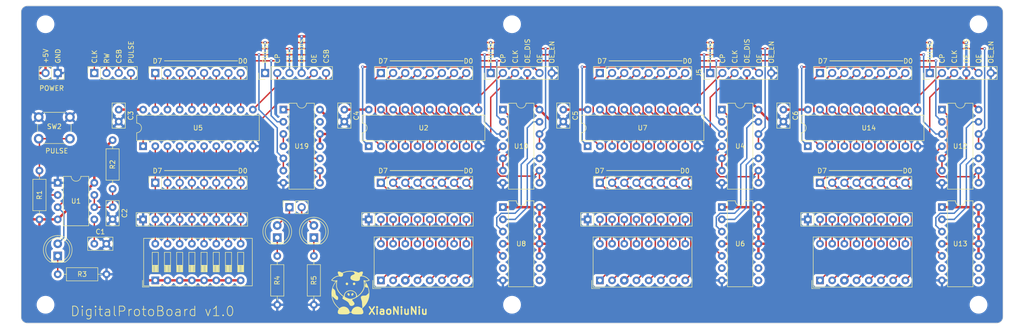
<source format=kicad_pcb>
(kicad_pcb (version 20221018) (generator pcbnew)
  (layers (0 "F.Cu" signal) (31 "B.Cu" signal) (34 "B.Paste" user) (35 "F.Paste" user) (36 "B.SilkS" user "B.Silkscreen") (37 "F.SilkS" user "F.Silkscreen") (38 "B.Mask" user) (39 "F.Mask" user) (44 "Edge.Cuts" user))
  (net 0 "")
  (net 1 "Net-(J9-Pin_1)")
  (net 2 "Net-(J9-Pin_2)")
  (net 3 "Net-(J9-Pin_3)")
  (net 4 "Net-(J9-Pin_4)")
  (net 5 "Net-(J9-Pin_5)")
  (net 6 "Net-(J9-Pin_6)")
  (net 7 "Net-(J9-Pin_7)")
  (net 8 "Net-(J9-Pin_8)")
  (net 9 "Net-(RN4-R8)")
  (net 10 "Net-(RN4-R7)")
  (net 11 "Net-(RN4-R6)")
  (net 12 "Net-(RN4-R5)")
  (net 13 "Net-(RN4-R4)")
  (net 14 "Net-(RN4-R3)")
  (net 15 "Net-(RN4-R2)")
  (net 16 "Net-(RN4-R1)")
  (net 17 "Net-(J7-Pin_1)")
  (net 18 "Net-(J7-Pin_2)")
  (net 19 "Net-(J7-Pin_3)")
  (net 20 "Net-(J7-Pin_4)")
  (net 21 "Net-(J7-Pin_5)")
  (net 22 "Net-(J7-Pin_6)")
  (net 23 "Net-(J7-Pin_7)")
  (net 24 "Net-(J7-Pin_8)")
  (net 25 "Net-(RN2-R8)")
  (net 26 "Net-(RN2-R7)")
  (net 27 "Net-(RN2-R6)")
  (net 28 "Net-(RN2-R5)")
  (net 29 "Net-(RN2-R4)")
  (net 30 "Net-(RN2-R3)")
  (net 31 "Net-(RN2-R2)")
  (net 32 "Net-(RN2-R1)")
  (net 33 "Net-(J11-Pin_1)")
  (net 34 "Net-(J11-Pin_2)")
  (net 35 "Net-(J11-Pin_3)")
  (net 36 "Net-(J11-Pin_4)")
  (net 37 "Net-(J11-Pin_5)")
  (net 38 "Net-(J11-Pin_6)")
  (net 39 "Net-(J11-Pin_7)")
  (net 40 "Net-(J11-Pin_8)")
  (net 41 "Net-(RN3-R8)")
  (net 42 "Net-(RN3-R7)")
  (net 43 "Net-(RN3-R6)")
  (net 44 "Net-(RN3-R5)")
  (net 45 "Net-(RN3-R4)")
  (net 46 "Net-(RN3-R3)")
  (net 47 "Net-(RN3-R2)")
  (net 48 "Net-(RN3-R1)")
  (net 49 "Net-(U1-CV)")
  (net 50 "GND")
  (net 51 "Net-(U1-DIS)")
  (net 52 "+5V")
  (net 53 "/Read Register Data/CP")
  (net 54 "/Read Register Data/SYNC_CP")
  (net 55 "/Write Register Data/CP")
  (net 56 "CLK")
  (net 57 "/Write Register Data/OE")
  (net 58 "/Write Register Data/SYNC_OE")
  (net 59 "Net-(J4-Pin_1)")
  (net 60 "Net-(J4-Pin_2)")
  (net 61 "Net-(J4-Pin_3)")
  (net 62 "Net-(J4-Pin_4)")
  (net 63 "Net-(J4-Pin_5)")
  (net 64 "Net-(J4-Pin_6)")
  (net 65 "Net-(J4-Pin_7)")
  (net 66 "Net-(J4-Pin_8)")
  (net 67 "/Read Register Addr1/CP")
  (net 68 "/Read Register Addr1/SYNC_CP")
  (net 69 "Net-(J6-Pin_1)")
  (net 70 "Net-(J6-Pin_2)")
  (net 71 "Net-(J6-Pin_3)")
  (net 72 "Net-(J6-Pin_4)")
  (net 73 "Net-(J6-Pin_5)")
  (net 74 "Net-(J6-Pin_6)")
  (net 75 "Net-(J6-Pin_7)")
  (net 76 "Net-(J6-Pin_8)")
  (net 77 "/Read Register Addr2/CP")
  (net 78 "/Read Register Addr2/SYNC_CP")
  (net 79 "Net-(J10-Pin_1)")
  (net 80 "Net-(J10-Pin_2)")
  (net 81 "Net-(J10-Pin_3)")
  (net 82 "Net-(J10-Pin_4)")
  (net 83 "Net-(J10-Pin_5)")
  (net 84 "Net-(J10-Pin_6)")
  (net 85 "Net-(J10-Pin_7)")
  (net 86 "Net-(J10-Pin_8)")
  (net 87 "Net-(J12-Pin_1)")
  (net 88 "Net-(J12-Pin_2)")
  (net 89 "Net-(J12-Pin_3)")
  (net 90 "Net-(J12-Pin_4)")
  (net 91 "Net-(J12-Pin_5)")
  (net 92 "Net-(J12-Pin_6)")
  (net 93 "Net-(J12-Pin_7)")
  (net 94 "Net-(J12-Pin_8)")
  (net 95 "Net-(J13-Pin_1)")
  (net 96 "Net-(J13-Pin_2)")
  (net 97 "Net-(J13-Pin_3)")
  (net 98 "Net-(J13-Pin_4)")
  (net 99 "Net-(J13-Pin_5)")
  (net 100 "Net-(J13-Pin_6)")
  (net 101 "Net-(J13-Pin_7)")
  (net 102 "Net-(J13-Pin_8)")
  (net 103 "RW")
  (net 104 "CSB")
  (net 105 "Net-(U1-TR)")
  (net 106 "Net-(U4-Pad1)")
  (net 107 "Net-(U4-Pad4)")
  (net 108 "Net-(U6A-D)")
  (net 109 "Net-(U6A-C)")
  (net 110 "PULSE")
  (net 113 "Net-(U8A-D)")
  (net 114 "Net-(U8A-C)")
  (net 115 "/Read Register Data/OE")
  (net 118 "Net-(U10-Pad1)")
  (net 119 "Net-(U10-Pad4)")
  (net 120 "Net-(U12-Pad1)")
  (net 121 "Net-(U12-Pad4)")
  (net 122 "Net-(U13A-D)")
  (net 123 "Net-(U13A-C)")
  (net 124 "/Read Register Addr1/OE")
  (net 127 "Net-(U19-Pad1)")
  (net 128 "Net-(U19-Pad3)")
  (net 130 "Net-(D1-K)")
  (net 131 "Net-(D2-K)")
  (net 132 "Net-(D2-A)")
  (net 133 "Net-(D3-K)")
  (net 134 "Net-(D3-A)")
  (net 135 "/Read Register Addr2/OE")
  (footprint "rrDisplay:SSB-LXH100SRW" (layer "F.Cu") (at 129.54 124.46 90)
    (fp_text reference "BAR1")
    (fp_text value "SSB-LXH100SRW")
  )
  (footprint "Resistor_THT:R_Axial_DIN0207_L6.3mm_D2.5mm_P10.16mm_Horizontal" (layer "F.Cu") (at 107.95 119.38 -90)
    (fp_text reference "R4")
    (fp_text value "220")
  )
  (footprint "Connector_PinHeader_2.54mm:PinHeader_1x06_P2.54mm_Vertical" (layer "F.Cu") (at 243.84 81.28 90)
    (fp_text reference "J8")
    (fp_text value "R_CTRL")
  )
  (footprint "Package_DIP:DIP-14_W7.62mm" (layer "F.Cu") (at 200.54 88.9)
    (fp_text reference "U4")
    (fp_text value "74HC02")
  )
  (footprint "Symbol:VerySmallCow" (layer "F.Cu") (at 123.19 127)
    (fp_text reference "XiaoNiuNiu")
    (fp_text value "LOGO" hide)
  )
  (footprint "Connector_PinSocket_2.54mm:PinSocket_1x08_P2.54mm_Vertical" (layer "F.Cu") (at 220.98 104.14 90)
    (fp_text reference "J11")
    (fp_text value "RIN")
  )
  (footprint "Connector_PinSocket_2.54mm:PinSocket_1x02_P2.54mm_Vertical" (layer "F.Cu") (at 110.49 109.22 90)
    (fp_text reference "J15")
    (fp_text value "LEDS")
  )
  (footprint "MountingHole:MountingHole_3.2mm_M3" (layer "F.Cu") (at 254 71.12)
    (fp_text reference "H4")
    (fp_text value "MountingHole_3.2mm_M3")
  )
  (footprint "MountingHole:MountingHole_3.2mm_M3" (layer "F.Cu") (at 59.69 71.12)
    (fp_text reference "H1")
    (fp_text value "MountingHole_3.2mm_M3")
  )
  (footprint "Connector_PinHeader_2.54mm:PinHeader_1x06_P2.54mm_Vertical" (layer "F.Cu") (at 198.12 81.28 90)
    (fp_text reference "J5")
    (fp_text value "R_CTRL")
  )
  (footprint "Resistor_THT:R_Array_SIP9" (layer "F.Cu") (at 80.01 111.76)
    (fp_text reference "RN1")
    (fp_text value "10K")
  )
  (footprint "Resistor_THT:R_Array_SIP9" (layer "F.Cu") (at 127 111.76)
    (fp_text reference "RN4")
    (fp_text value "10K")
  )
  (footprint "rrDisplay:SSB-LXH100SRW" (layer "F.Cu") (at 175.14 124.46 90)
    (fp_text reference "BAR2")
    (fp_text value "SSB-LXH100SRW")
  )
  (footprint "MountingHole:MountingHole_3.2mm_M3" (layer "F.Cu") (at 254 129.54)
    (fp_text reference "H4")
    (fp_text value "MountingHole_3.2mm_M3")
  )
  (footprint "Resistor_THT:R_Array_SIP9" (layer "F.Cu") (at 218.44 111.76)
    (fp_text reference "RN3")
    (fp_text value "10K")
  )
  (footprint "Capacitor_THT:C_Disc_D5.0mm_W2.5mm_P2.50mm" (layer "F.Cu") (at 74.93 88.9 -90)
    (fp_text reference "C3")
    (fp_text value "100nF")
  )
  (footprint "Connector_PinSocket_2.54mm:PinSocket_1x04_P2.54mm_Vertical" (layer "F.Cu") (at 69.85 81.28 90)
    (fp_text reference "J14")
    (fp_text value "CONTROL")
  )
  (footprint "Button_Switch_THT:SW_PUSH_6mm" (layer "F.Cu") (at 58.27 90.46)
    (fp_text reference "SW2")
    (fp_text value "PULSE")
  )
  (footprint "Package_DIP:DIP-20_W7.62mm" (layer "F.Cu") (at 218.44 96.52 90)
    (fp_text reference "U14")
    (fp_text value "74HC574")
  )
  (footprint "Connector_PinSocket_2.54mm:PinSocket_1x08_P2.54mm_Vertical" (layer "F.Cu") (at 82.55 81.28 90)
    (fp_text reference "J13")
    (fp_text value "BOUT")
  )
  (footprint "MountingHole:MountingHole_3.2mm_M3" (layer "F.Cu") (at 156.845 71.12)
    (fp_text reference "H4")
    (fp_text value "MountingHole_3.2mm_M3")
  )
  (footprint "Package_DIP:DIP-14_W7.62mm" (layer "F.Cu") (at 246.38 88.9)
    (fp_text reference "U12")
    (fp_text value "74HC02")
  )
  (footprint "Resistor_THT:R_Axial_DIN0207_L6.3mm_D2.5mm_P10.16mm_Horizontal" (layer "F.Cu") (at 58.42 111.76 90)
    (fp_text reference "R1")
    (fp_text value "10K")
  )
  (footprint "LED_THT:LED_D5.0mm" (layer "F.Cu") (at 107.95 115.57 90)
    (fp_text reference "D2")
    (fp_text value "LED")
  )
  (footprint "Package_DIP:DIP-14_W7.62mm" (layer "F.Cu") (at 154.94 88.9)
    (fp_text reference "U10")
    (fp_text value "74HC02")
  )
  (footprint "Connector_PinSocket_2.54mm:PinSocket_1x08_P2.54mm_Vertical" (layer "F.Cu") (at 175.14 104.14 90)
    (fp_text reference "J7")
    (fp_text value "RIN")
  )
  (footprint "Package_DIP:DIP-14_W7.62mm" (layer "F.Cu") (at 200.54 109.22)
    (fp_text reference "U6")
    (fp_text value "74HC74")
  )
  (footprint "Connector_PinSocket_2.54mm:PinSocket_1x08_P2.54mm_Vertical" (layer "F.Cu") (at 82.55 104.14 90)
    (fp_text reference "J12")
    (fp_text value "ROUT")
  )
  (footprint "MountingHole:MountingHole_3.2mm_M3" (layer "F.Cu") (at 156.845 129.54)
    (fp_text reference "H4")
    (fp_text value "MountingHole_3.2mm_M3")
  )
  (footprint "Package_DIP:DIP-8_W7.62mm" (layer "F.Cu") (at 62.23 104.14)
    (fp_text reference "U1")
    (fp_text value "NE555P")
  )
  (footprint "Connector_PinSocket_2.54mm:PinSocket_1x02_P2.54mm_Vertical" (layer "F.Cu") (at 62.23 81.28 -90)
    (fp_text reference "J2")
    (fp_text value "POWER")
  )
  (footprint "Package_DIP:DIP-14_W7.62mm" (layer "F.Cu") (at 246.38 109.22)
    (fp_text reference "U13")
    (fp_text value "74HC74")
  )
  (footprint "Package_DIP:DIP-20_W7.62mm" (layer "F.Cu") (at 127 96.52 90)
    (fp_text reference "U2")
    (fp_text value "74HC574")
  )
  (footprint "Resistor_THT:R_Array_SIP9" (layer "F.Cu") (at 172.6 111.76)
    (fp_text reference "RN2")
    (fp_text value "10K")
  )
  (footprint "Resistor_THT:R_Axial_DIN0207_L6.3mm_D2.5mm_P10.16mm_Horizontal" (layer "F.Cu") (at 115.57 119.38 -90)
    (fp_text reference "R5")
    (fp_text value "220")
  )
  (footprint "Package_DIP:DIP-14_W7.62mm" (layer "F.Cu") (at 154.94 109.22)
    (fp_text reference "U8")
    (fp_text value "74HC74")
  )
  (footprint "Package_DIP:DIP-14_W7.62mm" (layer "F.Cu") (at 109.22 88.9)
    (fp_text reference "U19")
    (fp_text value "74HC02")
  )
  (footprint "Capacitor_THT:C_Disc_D5.0mm_W2.5mm_P2.50mm" (layer "F.Cu") (at 73.66 109.22 -90)
    (fp_text reference "C2")
    (fp_text value "10nF")
  )
  (footprint "Capacitor_THT:C_Disc_D5.0mm_W2.5mm_P2.50mm" (layer "F.Cu") (at 167.52 88.9 -90)
    (fp_text reference "C5")
    (fp_text value "100nF")
  )
  (footprint "MountingHole:MountingHole_3.2mm_M3" (layer "F.Cu") (at 59.69 129.54)
    (fp_text reference "H3")
    (fp_text value "MountingHole_3.2mm_M3")
  )
  (footprint "LED_THT:LED_D5.0mm" (layer "F.Cu") (at 115.57 115.57 90)
    (fp_text reference "D3")
    (fp_text value "LED")
  )
  (footprint "Capacitor_THT:C_Disc_D5.0mm_W2.5mm_P2.50mm" (layer "F.Cu") (at 121.92 88.9 -90)
    (fp_text reference "C4")
    (fp_text value "100nF")
  )
  (footprint "Button_Switch_THT:SW_DIP_SPSTx08_Slide_9.78x22.5mm_W7.62mm_P2.54mm" (layer "F.Cu") (at 82.55 124.46 90)
    (fp_text reference "SW1")
    (fp_text value "INPUT")
  )
  (footprint "Resistor_THT:R_Axial_DIN0207_L6.3mm_D2.5mm_P10.16mm_Horizontal" (layer "F.Cu") (at 62.23 123.19)
    (fp_text reference "R3")
    (fp_text value "220")
  )
  (footprint "Package_DIP:DIP-20_W7.62mm" (layer "F.Cu") (at 172.6 96.52 90)
    (fp_text reference "U7")
    (fp_text value "74HC574")
  )
  (footprint "rrDisplay:SSB-LXH100SRW" (layer "F.Cu") (at 220.98 124.46 90)
    (fp_text reference "BAR3")
    (fp_text value "SSB-LXH100SRW")
  )
  (footprint "Connector_PinSocket_2.54mm:PinSocket_1x08_P2.54mm_Vertical" (layer "F.Cu") (at 129.54 104.14 90)
    (fp_text reference "J9")
    (fp_text value "RIN")
  )
  (footprint "Connector_PinHeader_2.54mm:PinHeader_1x06_P2.54mm_Vertical" (layer "F.Cu") (at 152.4 81.28 90)
    (fp_text reference "J1")
    (fp_text value "R_CTRL")
  )
  (footprint "Connector_PinSocket_2.54mm:PinSocket_1x08_P2.54mm_Vertical" (layer "F.Cu") (at 129.54 81.28 90)
    (fp_text reference "J4")
    (fp_text value "BIN")
  )
  (footprint "Package_DIP:DIP-20_W7.62mm" (layer "F.Cu") (at 80.01 96.52 90)
    (fp_text reference "U5")
    (fp_text value "74HC574")
  )
  (footprint "Connector_PinSocket_2.54mm:PinSocket_1x08_P2.54mm_Vertical" (layer "F.Cu") (at 220.98 81.28 90)
    (fp_text reference "J10")
    (fp_text value "BIN")
  )
  (footprint "LED_THT:LED_D5.0mm" (layer "F.Cu") (at 62.23 119.38 90)
    (fp_text reference "D1")
    (fp_text value "LED")
  )
  (footprint "Capacitor_THT:C_Disc_D5.0mm_W2.5mm_P2.50mm" (layer "F.Cu") (at 213.36 88.9 -90)
    (fp_text reference "C6")
    (fp_text value "100nF")
  )
  (footprint "Connector_PinHeader_2.54mm:PinHeader_1x06_P2.54mm_Vertical" (layer "F.Cu") (at 105.41 81.28 90)
    (fp_text reference "J3")
    (fp_text value "W_CTRL")
  )
  (footprint "Capacitor_THT:C_Disc_D5.0mm_W2.5mm_P2.50mm" (layer "F.Cu") (at 69.85 116.84)
    (fp_text reference "C1")
    (fp_text value "10nF")
  )
  (footprint "Resistor_THT:R_Axial_DIN0207_L6.3mm_D2.5mm_P10.16mm_Horizontal" (layer "F.Cu") (at 73.66 95.25 -90)
    (fp_text reference "R2")
    (fp_text value "1M")
  )
  (footprint "Connector_PinSocket_2.54mm:PinSocket_1x08_P2.54mm_Vertical" (layer "F.Cu") (at 175.14 81.28 90)
    (fp_text reference "J6")
    (fp_text value "BIN")
  )
  (gr_line (start 176.53 101.6) (end 191.77 101.6) (stroke (width 0.15)) (layer "F.SilkS"))
  (gr_line (start 177.045 78.74) (end 192.285 78.74) (stroke (width 0.15)) (layer "F.SilkS"))
  (gr_line (start 131.445 101.6) (end 146.685 101.6) (stroke (width 0.15)) (layer "F.SilkS"))
  (gr_line (start 84.455 101.6) (end 99.695 101.6) (stroke (width 0.15)) (layer "F.SilkS"))
  (gr_line (start 222.885 101.6) (end 238.125 101.6) (stroke (width 0.15)) (layer "F.SilkS"))
  (gr_line (start 84.455 78.74) (end 99.695 78.74) (stroke (width 0.15)) (layer "F.SilkS"))
  (gr_line (start 223.012 78.74) (end 238.252 78.74) (stroke (width 0.15)) (layer "F.SilkS"))
  (gr_line (start 131.445 78.74) (end 146.685 78.74) (stroke (width 0.15)) (layer "F.SilkS"))
  (gr_arc (start 257.81 67.31) (mid 258.708026 67.681974) (end 259.08 68.58) (stroke (width 0.1)) (layer "Edge.Cuts"))
  (gr_line (start 54.61 68.58) (end 54.61 132.08) (stroke (width 0.1)) (layer "Edge.Cuts"))
  (gr_line (start 259.08 132.08) (end 259.08 68.58) (stroke (width 0.1)) (layer "Edge.Cuts"))
  (gr_arc (start 55.88 133.35) (mid 54.981974 132.978026) (end 54.61 132.08) (stroke (width 0.1)) (layer "Edge.Cuts"))
  (gr_line (start 55.88 133.35) (end 257.81 133.35) (stroke (width 0.1)) (layer "Edge.Cuts"))
  (gr_arc (start 259.08 132.08) (mid 258.708026 132.978026) (end 257.81 133.35) (stroke (width 0.1)) (layer "Edge.Cuts"))
  (gr_line (start 257.81 67.31) (end 55.88 67.31) (stroke (width 0.1)) (layer "Edge.Cuts"))
  (gr_arc (start 54.61 68.58) (mid 54.981974 67.681974) (end 55.88 67.31) (stroke (width 0.1)) (layer "Edge.Cuts"))
  (gr_text "D0" (at 192.285 79.375) (layer "F.SilkS") (effects (font (size 1 1)) (justify left bottom)))
  (gr_text "D7" (at 81.915 79.375) (layer "F.SilkS") (effects (font (size 1 1)) (justify left bottom)))
  (gr_text "D0" (at 238.125 102.235) (layer "F.SilkS") (effects (font (size 1 1)) (justify left bottom)))
  (gr_text "D7" (at 128.905 102.235) (layer "F.SilkS") (effects (font (size 1 1)) (justify left bottom)))
  (gr_text "CLK" (at 249.555 79.375 90) (layer "F.SilkS") (effects (font (size 1 1)) (justify left bottom)))
  (gr_text "OE_DIS" (at 113.665 79.375 90) (layer "F.SilkS") (effects (font (size 1 1)) (justify left bottom)))
  (gr_text "CP" (at 247.015 79.375 90) (layer "F.SilkS") (effects (font (size 1 1)) (justify left bottom)))
  (gr_text "PULSE" (at 106.045 79.375 90) (layer "F.SilkS") (effects (font (size 1 1)) (justify left bottom)))
  (gr_text "CSB" (at 118.745 79.375 90) (layer "F.SilkS") (effects (font (size 1 1)) (justify left bottom)))
  (gr_text "CSB" (at 75.565 79.375 90) (layer "F.SilkS") (effects (font (size 1 1)) (justify left bottom)))
  (gr_text "CP" (at 155.575 79.375 90) (layer "F.SilkS") (effects (font (size 1 1)) (justify left bottom)))
  (gr_text "OE" (at 254.635 79.375 90) (layer "F.SilkS") (effects (font (size 1 1)) (justify left bottom)))
  (gr_text "D7" (at 81.915 102.235) (layer "F.SilkS") (effects (font (size 1 1)) (justify left bottom)))
  (gr_text "D7" (at 220.345 102.235) (layer "F.SilkS") (effects (font (size 1 1)) (justify left bottom)))
  (gr_text "OE_DIS" (at 206.375 79.375 90) (layer "F.SilkS") (effects (font (size 1 1)) (justify left bottom)))
  (gr_text "OE_DIS" (at 252.095 79.375 90) (layer "F.SilkS") (effects (font (size 1 1)) (justify left bottom)))
  (gr_text "OE" (at 208.915 79.375 90) (layer "F.SilkS") (effects (font (size 1 1)) (justify left bottom)))
  (gr_text "OE" (at 116.205 79.375 90) (layer "F.SilkS") (effects (font (size 1 1)) (justify left bottom)))
  (gr_text "CLK" (at 111.125 79.375 90) (layer "F.SilkS") (effects (font (size 1 1)) (justify left bottom)))
  (gr_text "D0" (at 146.685 79.375) (layer "F.SilkS") (effects (font (size 1 1)) (justify left bottom)))
  (gr_text "CLK" (at 70.485 79.375 90) (layer "F.SilkS") (effects (font (size 1 1)) (justify left bottom)))
  (gr_text "CLK" (at 158.115 79.375 90) (layer "F.SilkS") (effects (font (size 1 1)) (justify left bottom)))
  (gr_text "DigitalProtoBoard v1.0" (at 64.77 132.08) (layer "F.SilkS") (effects (font (size 2 2)) (justify left bottom)))
  (gr_text "PULSE" (at 244.475 79.375 90) (layer "F.SilkS") (effects (font (size 1 1)) (justify left bottom)))
  (gr_text "D0" (at 191.77 102.235) (layer "F.SilkS") (effects (font (size 1 1)) (justify left bottom)))
  (gr_text "OE_EN" (at 165.735 79.375 90) (layer "F.SilkS") (effects (font (size 1 1)) (justify left bottom)))
  (gr_text "GND" (at 62.865 79.375 90) (layer "F.SilkS") (effects (font (size 1 1)) (justify left bottom)))
  (gr_text "OE_EN" (at 257.175 79.375 90) (layer "F.SilkS") (effects (font (size 1 1)) (justify left bottom)))
  (gr_text "D7" (at 220.472 79.375) (layer "F.SilkS") (effects (font (size 1 1)) (justify left bottom)))
  (gr_text "OE_DIS" (at 160.655 79.375 90) (layer "F.SilkS") (effects (font (size 1 1)) (justify left bottom)))
  (gr_text "RW" (at 73.025 79.375 90) (layer "F.SilkS") (effects (font (size 1 1)) (justify left bottom)))
  (gr_text "PULSE" (at 78.105 79.375 90) (layer "F.SilkS") (effects (font (size 1 1)) (justify left bottom)))
  (gr_text "OE_EN" (at 211.455 79.375 90) (layer "F.SilkS") (effects (font (size 1 1)) (justify left bottom)))
  (gr_text "D7" (at 128.905 79.375) (layer "F.SilkS") (effects (font (size 1 1)) (justify left bottom)))
  (gr_text "D7" (at 174.505 79.375) (layer "F.SilkS") (effects (font (size 1 1)) (justify left bottom)))
  (gr_text "+5V" (at 60.325 79.375 90) (layer "F.SilkS") (effects (font (size 1 1)) (justify left bottom)))
  (gr_text "D7" (at 173.99 102.235) (layer "F.SilkS") (effects (font (size 1 1)) (justify left bottom)))
  (gr_text "D0" (at 99.695 79.375) (layer "F.SilkS") (effects (font (size 1 1)) (justify left bottom)))
  (gr_text "CP" (at 108.585 79.375 90) (layer "F.SilkS") (effects (font (size 1 1)) (justify left bottom)))
  (gr_text "PULSE" (at 153.035 79.375 90) (layer "F.SilkS") (effects (font (size 1 1)) (justify left bottom)))
  (gr_text "D0" (at 99.695 102.235) (layer "F.SilkS") (effects (font (size 1 1)) (justify left bottom)))
  (gr_text "OE" (at 163.195 79.375 90) (layer "F.SilkS") (effects (font (size 1 1)) (justify left bottom)))
  (gr_text "CP" (at 201.295 79.375 90) (layer "F.SilkS") (effects (font (size 1 1)) (justify left bottom)))
  (gr_text "CLK" (at 203.835 79.375 90) (layer "F.SilkS") (effects (font (size 1 1)) (justify left bottom)))
  (gr_text "D0" (at 146.685 102.235) (layer "F.SilkS") (effects (font (size 1 1)) (justify left bottom)))
  (gr_text "D0" (at 238.252 79.375) (layer "F.SilkS") (effects (font (size 1 1)) (justify left bottom)))
  (gr_text "PULSE" (at 198.755 79.375 90) (layer "F.SilkS") (effects (font (size 1 1)) (justify left bottom)))
  (segment (start 130.81 105.41) (end 129.54 104.14) (width 0.3) (layer "F.Cu") (net 1))
  (segment (start 129.54 104.14) (end 130.69 102.99) (width 0.3) (layer "F.Cu") (net 1))
  (segment (start 130.69 90.05) (end 129.54 88.9) (width 0.3) (layer "F.Cu") (net 1))
  (segment (start 130.69 102.99) (end 130.69 90.05) (width 0.3) (layer "F.Cu") (net 1))
  (segment (start 130.81 123.19) (end 130.81 105.41) (width 0.3) (layer "F.Cu") (net 1))
  (segment (start 129.54 124.46) (end 130.81 123.19) (width 0.3) (layer "F.Cu") (net 1))
  (segment (start 133.23 102.99) (end 133.23 90.05) (width 0.3) (layer "F.Cu") (net 2))
  (segment (start 133.35 123.19) (end 133.35 105.41) (width 0.3) (layer "F.Cu") (net 2))
  (segment (start 133.23 90.05) (end 132.08 88.9) (width 0.3) (layer "F.Cu") (net 2))
  (segment (start 132.08 124.46) (end 133.35 123.19) (width 0.3) (layer "F.Cu") (net 2))
  (segment (start 133.35 105.41) (end 132.08 104.14) (width 0.3) (layer "F.Cu") (net 2))
  (segment (start 132.08 104.14) (end 133.23 102.99) (width 0.3) (layer "F.Cu") (net 2))
  (segment (start 134.62 104.14) (end 135.77 102.99) (width 0.3) (layer "F.Cu") (net 3))
  (segment (start 134.62 124.46) (end 135.89 123.19) (width 0.3) (layer "F.Cu") (net 3))
  (segment (start 135.89 105.41) (end 134.62 104.14) (width 0.3) (layer "F.Cu") (net 3))
  (segment (start 135.89 123.19) (end 135.89 105.41) (width 0.3) (layer "F.Cu") (net 3))
  (segment (start 135.77 102.99) (end 135.77 90.05) (width 0.3) (layer "F.Cu") (net 3))
  (segment (start 135.77 90.05) (end 134.62 88.9) (width 0.3) (layer "F.Cu") (net 3))
  (segment (start 137.16 124.46) (end 138.43 123.19) (width 0.3) (layer "F.Cu") (net 4))
  (segment (start 138.43 105.41) (end 137.16 104.14) (width 0.3) (layer "F.Cu") (net 4))
  (segment (start 138.31 102.99) (end 138.31 90.05) (width 0.3) (layer "F.Cu") (net 4))
  (segment (start 137.16 104.14) (end 138.31 102.99) (width 0.3) (layer "F.Cu") (net 4))
  (segment (start 138.31 90.05) (end 137.16 88.9) (width 0.3) (layer "F.Cu") (net 4))
  (segment (start 138.43 123.19) (end 138.43 105.41) (width 0.3) (layer "F.Cu") (net 4))
  (segment (start 140.85 90.05) (end 139.7 88.9) (width 0.3) (layer "F.Cu") (net 5))
  (segment (start 140.85 102.99) (end 140.85 90.05) (width 0.3) (layer "F.Cu") (net 5))
  (segment (start 140.97 123.19) (end 140.97 105.41) (width 0.3) (layer "F.Cu") (net 5))
  (segment (start 139.7 124.46) (end 140.97 123.19) (width 0.3) (layer "F.Cu") (net 5))
  (segment (start 140.97 105.41) (end 139.7 104.14) (width 0.3) (layer "F.Cu") (net 5))
  (segment (start 139.7 104.14) (end 140.85 102.99) (width 0.3) (layer "F.Cu") (net 5))
  (segment (start 143.39 90.05) (end 142.24 88.9) (width 0.3) (layer "F.Cu") (net 6))
  (segment (start 143.39 102.99) (end 143.39 90.05) (width 0.3) (layer "F.Cu") (net 6))
  (segment (start 142.24 124.46) (end 143.39 123.31) (width 0.3) (layer "F.Cu") (net 6))
  (segment (start 143.39 123.31) (end 143.39 105.29) (width 0.3) (layer "F.Cu") (net 6))
  (segment (start 142.24 104.14) (end 143.39 102.99) (width 0.3) (layer "F.Cu") (net 6))
  (segment (start 143.39 105.29) (end 142.24 104.14) (width 0.3) (layer "F.Cu") (net 6))
  (segment (start 144.78 104.14) (end 145.93 102.99) (width 0.3) (layer "F.Cu") (net 7))
  (segment (start 145.93 102.99) (end 145.93 90.05) (width 0.3) (layer "F.Cu") (net 7))
  (segment (start 145.93 90.05) (end 144.78 88.9) (width 0.3) (layer "F.Cu") (net 7))
  (segment (start 146.05 105.41) (end 144.78 104.14) (width 0.3) (layer "F.Cu") (net 7))
  (segment (start 146.05 123.19) (end 146.05 105.41) (width 0.3) (layer "F.Cu") (net 7))
  (segment (start 144.78 124.46) (end 146.05 123.19) (width 0.3) (layer "F.Cu") (net 7))
  (segment (start 147.32 124.46) (end 148.47 123.31) (width 0.3) (layer "F.Cu") (net 8))
  (segment (start 148.47 123.31) (end 148.47 105.29) (width 0.3) (layer "F.Cu") (net 8))
  (segment (start 148.47 105.29) (end 147.32 104.14) (width 0.3) (layer "F.Cu") (net 8))
  (segment (start 148.47 102.99) (end 148.47 90.05) (width 0.3) (layer "F.Cu") (net 8))
  (segment (start 148.47 90.05) (end 147.32 88.9) (width 0.3) (layer "F.Cu") (net 8))
  (segment (start 147.32 104.14) (end 148.47 102.99) (width 0.3) (layer "F.Cu") (net 8))
  (segment (start 147.32 111.76) (end 147.32 116.84) (width 0.3) (layer "F.Cu") (net 9))
  (segment (start 144.78 111.76) (end 144.78 116.84) (width 0.3) (layer "F.Cu") (net 10))
  (segment (start 142.24 111.76) (end 142.24 116.84) (width 0.3) (layer "F.Cu") (net 11))
  (segment (start 139.7 111.76) (end 139.7 116.84) (width 0.3) (layer "F.Cu") (net 12))
  (segment (start 137.16 111.76) (end 137.16 116.84) (width 0.3) (layer "F.Cu") (net 13))
  (segment (start 134.62 111.76) (end 134.62 116.84) (width 0.3) (layer "F.Cu") (net 14))
  (segment (start 132.08 111.76) (end 132.08 116.84) (width 0.3) (layer "F.Cu") (net 15))
  (segment (start 129.54 111.76) (end 129.54 116.84) (width 0.3) (layer "F.Cu") (net 16))
  (segment (start 176.48 105.48) (end 175.14 104.14) (width 0.3) (layer "F.Cu") (net 17))
  (segment (start 176.48 114.25) (end 176.48 105.48) (width 0.3) (layer "F.Cu") (net 17))
  (segment (start 175.14 104.14) (end 176.29 102.99) (width 0.3) (layer "F.Cu") (net 17))
  (segment (start 176.53 114.3) (end 176.48 114.25) (width 0.3) (layer "F.Cu") (net 17))
  (segment (start 176.29 90.05) (end 175.14 88.9) (width 0.3) (layer "F.Cu") (net 17))
  (segment (start 176.53 123.07) (end 176.53 114.3) (width 0.3) (layer "F.Cu") (net 17))
  (segment (start 176.29 102.99) (end 176.29 90.05) (width 0.3) (layer "F.Cu") (net 17))
  (segment (start 175.14 124.46) (end 176.53 123.07) (width 0.3) (layer "F.Cu") (net 17))
  (segment (start 179.07 105.53) (end 177.68 104.14) (width 0.3) (layer "F.Cu") (net 18))
  (segment (start 179.07 123.07) (end 179.07 105.53) (width 0.3) (layer "F.Cu") (net 18))
  (segment (start 178.83 90.05) (end 177.68 88.9) (width 0.3) (layer "F.Cu") (net 18))
  (segment (start 177.68 104.14) (end 178.83 102.99) (width 0.3) (layer "F.Cu") (net 18))
  (segment (start 178.83 102.99) (end 178.83 90.05) (width 0.3) (layer "F.Cu") (net 18))
  (segment (start 177.68 124.46) (end 179.07 123.07) (width 0.3) (layer "F.Cu") (net 18))
  (segment (start 180.22 124.46) (end 181.61 123.07) (width 0.3) (layer "F.Cu") (net 19))
  (segment (start 181.61 90.29) (end 180.22 88.9) (width 0.3) (layer "F.Cu") (net 19))
  (segment (start 180.22 104.14) (end 181.61 102.75) (width 0.3) (layer "F.Cu") (net 19))
  (segment (start 181.61 105.53) (end 180.22 104.14) (width 0.3) (layer "F.Cu") (net 19))
  (segment (start 181.61 102.75) (end 181.61 90.29) (width 0.3) (layer "F.Cu") (net 19))
  (segment (start 181.61 123.07) (end 181.61 105.53) (width 0.3) (layer "F.Cu") (net 19))
  (segment (start 182.76 124.46) (end 183.91 123.31) (width 0.3) (layer "F.Cu") (net 20))
  (segment (start 184.15 90.29) (end 182.76 88.9) (width 0.3) (layer "F.Cu") (net 20))
  (segment (start 183.91 105.29) (end 182.76 104.14) (width 0.3) (layer "F.Cu") (net 20))
  (segment (start 183.91 123.31) (end 183.91 105.29) (width 0.3) (layer "F.Cu") (net 20))
  (segment (start 184.15 102.75) (end 184.15 90.29) (width 0.3) (layer "F.Cu") (net 20))
  (segment (start 182.76 104.14) (end 184.15 102.75) (width 0.3) (layer "F.Cu") (net 20))
  (segment (start 185.3 124.46) (end 186.69 123.07) (width 0.3) (layer "F.Cu") (net 21))
  (segment (start 186.45 90.05) (end 185.3 88.9) (width 0.3) (layer "F.Cu") (net 21))
  (segment (start 186.45 102.99) (end 186.45 90.05) (width 0.3) (layer "F.Cu") (net 21))
  (segment (start 186.69 105.53) (end 185.3 104.14) (width 0.3) (layer "F.Cu") (net 21))
  (segment (start 185.3 104.14) (end 186.45 102.99) (width 0.3) (layer "F.Cu") (net 21))
  (segment (start 186.69 123.07) (end 186.69 105.53) (width 0.3) (layer "F.Cu") (net 21))
  (segment (start 187.84 104.14) (end 188.99 102.99) (width 0.3) (layer "F.Cu") (net 22))
  (segment (start 189.23 105.53) (end 187.84 104.14) (width 0.3) (layer "F.Cu") (net 22))
  (segment (start 189.23 123.07) (end 189.23 105.53) (width 0.3) (layer "F.Cu") (net 22))
  (segment (start 187.84 124.46) (end 189.23 123.07) (width 0.3) (layer "F.Cu") (net 22))
  (segment (start 188.99 102.99) (end 188.99 90.05) (width 0.3) (layer "F.Cu") (net 22))
  (segment (start 188.99 90.05) (end 187.84 88.9) (width 0.3) (layer "F.Cu") (net 22))
  (segment (start 190.38 124.46) (end 191.77 123.07) (width 0.3) (layer "F.Cu") (net 23))
  (segment (start 191.77 105.53) (end 190.38 104.14) (width 0.3) (layer "F.Cu") (net 23))
  (segment (start 191.77 123.07) (end 191.77 105.53) (width 0.3) (layer "F.Cu") (net 23))
  (segment (start 191.53 90.05) (end 190.38 88.9) (width 0.3) (layer "F.Cu") (net 23))
  (segment (start 190.38 104.14) (end 191.53 102.99) (width 0.3) (layer "F.Cu") (net 23))
  (segment (start 191.53 102.99) (end 191.53 90.05) (width 0.3) (layer "F.Cu") (net 23))
  (segment (start 192.92 104.14) (end 194.31 102.75) (width 0.3) (layer "F.Cu") (net 24))
  (segment (start 194.31 90.29) (end 192.92 88.9) (width 0.3) (layer "F.Cu") (net 24))
  (segment (start 194.31 102.75) (end 194.31 90.29) (width 0.3) (layer "F.Cu") (net 24))
  (segment (start 194.07 123.31) (end 194.07 105.29) (width 0.3) (layer "F.Cu") (net 24))
  (segment (start 192.92 124.46) (end 194.07 123.31) (width 0.3) (layer "F.Cu") (net 24))
  (segment (start 194.07 105.29) (end 192.92 104.14) (width 0.3) (layer "F.Cu") (net 24))
  (segment (start 192.92 116.84) (end 192.92 111.76) (width 0.3) (layer "F.Cu") (net 25))
  (segment (start 190.38 116.84) (end 190.38 111.76) (width 0.3) (layer "F.Cu") (net 26))
  (segment (start 187.84 116.84) (end 187.84 111.76) (width 0.3) (layer "F.Cu") (net 27))
  (segment (start 185.3 116.84) (end 185.3 111.76) (width 0.3) (layer "F.Cu") (net 28))
  (segment (start 182.76 116.84) (end 182.76 111.76) (width 0.3) (layer "F.Cu") (net 29))
  (segment (start 180.22 116.84) (end 180.22 111.76) (width 0.3) (layer "F.Cu") (net 30))
  (segment (start 177.68 116.84) (end 177.68 111.76) (width 0.3) (layer "F.Cu") (net 31))
  (segment (start 175.14 116.84) (end 175.14 111.76) (width 0.3) (layer "F.Cu") (net 32))
  (segment (start 222.25 90.17) (end 222.25 102.87) (width 0.3) (layer "F.Cu") (net 33))
  (segment (start 222.25 105.41) (end 220.98 104.14) (width 0.3) (layer "F.Cu") (net 33))
  (segment (start 222.25 102.87) (end 220.98 104.14) (width 0.3) (layer "F.Cu") (net 33))
  (segment (start 220.98 124.46) (end 222.25 123.19) (width 0.3) (layer "F.Cu") (net 33))
  (segment (start 220.98 88.9) (end 222.25 90.17) (width 0.3) (layer "F.Cu") (net 33))
  (segment (start 222.25 123.19) (end 222.25 105.41) (width 0.3) (layer "F.Cu") (net 33))
  (segment (start 224.79 90.17) (end 224.79 102.87) (width 0.3) (layer "F.Cu") (net 34))
  (segment (start 224.79 123.19) (end 224.79 105.41) (width 0.3) (layer "F.Cu") (net 34))
  (segment (start 223.52 88.9) (end 224.79 90.17) (width 0.3) (layer "F.Cu") (net 34))
  (segment (start 223.52 124.46) (end 224.79 123.19) (width 0.3) (layer "F.Cu") (net 34))
  (segment (start 224.79 102.87) (end 223.52 104.14) (width 0.3) (layer "F.Cu") (net 34))
  (segment (start 224.79 105.41) (end 223.52 104.14) (width 0.3) (layer "F.Cu") (net 34))
  (segment (start 226.06 124.46) (end 227.33 123.19) (width 0.3) (layer "F.Cu") (net 35))
  (segment (start 227.33 90.17) (end 227.33 102.87) (width 0.3) (layer "F.Cu") (net 35))
  (segment (start 227.33 102.87) (end 226.06 104.14) (width 0.3) (layer "F.Cu") (net 35))
  (segment (start 226.06 88.9) (end 227.33 90.17) (width 0.3) (layer "F.Cu") (net 35))
  (segment (start 227.33 105.41) (end 226.06 104.14) (width 0.3) (layer "F.Cu") (net 35))
  (segment (start 227.33 123.19) (end 227.33 105.41) (width 0.3) (layer "F.Cu") (net 35))
  (segment (start 229.87 105.41) (end 228.6 104.14) (width 0.3) (layer "F.Cu") (net 36))
  (segment (start 229.87 90.17) (end 229.87 102.87) (width 0.3) (layer "F.Cu") (net 36))
  (segment (start 229.87 102.87) (end 228.6 104.14) (width 0.3) (layer "F.Cu") (net 36))
  (segment (start 228.6 88.9) (end 229.87 90.17) (width 0.3) (layer "F.Cu") (net 36))
  (segment (start 228.6 124.46) (end 229.87 123.19) (width 0.3) (layer "F.Cu") (net 36))
  (segment (start 229.87 123.19) (end 229.87 105.41) (width 0.3) (layer "F.Cu") (net 36))
  (segment (start 232.41 105.41) (end 231.14 104.14) (width 0.3) (layer "F.Cu") (net 37))
  (segment (start 231.14 88.9) (end 232.41 90.17) (width 0.3) (layer "F.Cu") (net 37))
  (segment (start 232.41 90.17) (end 232.41 102.87) (width 0.3) (layer "F.Cu") (net 37))
  (segment (start 232.41 123.19) (end 232.41 105.41) (width 0.3) (layer "F.Cu") (net 37))
  (segment (start 231.14 124.46) (end 232.41 123.19) (width 0.3) (layer "F.Cu") (net 37))
  (segment (start 232.41 102.87) (end 231.14 104.14) (width 0.3) (layer "F.Cu") (net 37))
  (segment (start 234.95 123.19) (end 234.95 105.41) (width 0.3) (layer "F.Cu") (net 38))
  (segment (start 234.95 102.87) (end 233.68 104.14) (width 0.3) (layer "F.Cu") (net 38))
  (segment (start 234.95 90.17) (end 234.95 102.87) (width 0.3) (layer "F.Cu") (net 38))
  (segment (start 233.68 88.9) (end 234.95 90.17) (width 0.3) (layer "F.Cu") (net 38))
  (segment (start 234.95 105.41) (end 233.68 104.14) (width 0.3) (layer "F.Cu") (net 38))
  (segment (start 233.68 124.46) (end 234.95 123.19) (width 0.3) (layer "F.Cu") (net 38))
  (segment (start 237.49 102.87) (end 236.22 104.14) (width 0.3) (layer "F.Cu") (net 39))
  (segment (start 236.22 124.46) (end 237.49 123.19) (width 0.3) (layer "F.Cu") (net 39))
  (segment (start 236.22 88.9) (end 237.49 90.17) (width 0.3) (layer "F.Cu") (net 39))
  (segment (start 237.49 90.17) (end 237.49 102.87) (width 0.3) (layer "F.Cu") (net 39))
  (segment (start 237.49 123.19) (end 237.49 105.41) (width 0.3) (layer "F.Cu") (net 39))
  (segment (start 237.49 105.41) (end 236.22 104.14) (width 0.3) (layer "F.Cu") (net 39))
  (segment (start 240.03 102.87) (end 238.76 104.14) (width 0.3) (layer "F.Cu") (net 40))
  (segment (start 238.76 88.9) (end 240.03 90.17) (width 0.3) (layer "F.Cu") (net 40))
  (segment (start 240.03 90.17) (end 240.03 102.87) (width 0.3) (layer "F.Cu") (net 40))
  (segment (start 240.03 123.19) (end 240.03 105.41) (width 0.3) (layer "F.Cu") (net 40))
  (segment (start 238.76 124.46) (end 240.03 123.19) (width 0.3) (layer "F.Cu") (net 40))
  (segment (start 240.03 105.41) (end 238.76 104.14) (width 0.3) (layer "F.Cu") (net 40))
  (segment (start 238.76 111.76) (end 238.76 116.84) (width 0.3) (layer "F.Cu") (net 41))
  (segment (start 236.22 111.76) (end 236.22 116.84) (width 0.3) (layer "F.Cu") (net 42))
  (segment (start 233.68 111.76) (end 233.68 116.84) (width 0.3) (layer "F.Cu") (net 43))
  (segment (start 231.14 111.76) (end 231.14 116.84) (width 0.3) (layer "F.Cu") (net 44))
  (segment (start 228.6 111.76) (end 228.6 116.84) (width 0.3) (layer "F.Cu") (net 45))
  (segment (start 226.06 111.76) (end 226.06 116.84) (width 0.3) (layer "F.Cu") (net 46))
  (segment (start 223.52 111.76) (end 223.52 116.84) (width 0.3) (layer "F.Cu") (net 47))
  (segment (start 220.98 111.76) (end 220.98 116.84) (width 0.3) (layer "F.Cu") (net 48))
  (segment (start 69.85 111.76) (end 69.85 116.84) (width 0.3) (layer "F.Cu") (net 49))
  (segment (start 69.85 106.68) (end 69.85 109.22) (width 0.3) (layer "F.Cu") (net 51))
  (segment (start 73.66 109.22) (end 73.66 105.41) (width 0.3) (layer "F.Cu") (net 51))
  (segment (start 69.85 109.22) (end 73.66 109.22) (width 0.3) (layer "F.Cu") (net 51))
  (segment (start 80.01 88.9) (end 77.47 88.9) (width 0.5) (layer "F.Cu") (net 52))
  (segment (start 248.92 74.93) (end 251.46 74.93) (width 0.5) (layer "F.Cu") (net 52))
  (segment (start 90.17 124.46) (end 87.63 124.46) (width 0.5) (layer "F.Cu") (net 52))
  (segment (start 77.47 88.9) (end 77.47 124.46) (width 0.5) (layer "F.Cu") (net 52))
  (segment (start 208.16 109.22) (end 208.16 111.76) (width 0.5) (layer "F.Cu") (net 52))
  (segment (start 170.06 88.9) (end 172.6 88.9) (width 0.5) (layer "F.Cu") (net 52))
  (segment (start 210.7 116.84) (end 210.7 126.88) (width 0.5) (layer "F.Cu") (net 52))
  (segment (start 55.88 110.49) (end 57.15 111.76) (width 0.5) (layer "F.Cu") (net 52))
  (segment (start 77.47 88.9) (end 74.93 88.9) (width 0.5) (layer "F.Cu") (net 52))
  (segment (start 254 116.84) (end 254 114.3) (width 0.5) (layer "F.Cu") (net 52))
  (segment (start 62.23 125.73) (end 63.5 127) (width 0.5) (layer "F.Cu") (net 52))
  (segment (start 254 109.22) (end 254 111.76) (width 0.5) (layer "F.Cu") (net 52))
  (segment (start 116.84 96.52) (end 116.84 93.98) (width 0.5) (layer "F.Cu") (net 52))
  (segment (start 247.65 73.66) (end 248.92 74.93) (width 0.5) (layer "F.Cu") (net 52))
  (segment (start 58.42 111.76) (end 58.42 124.46) (width 0.5) (layer "F.Cu") (net 52))
  (segment (start 205.74 86.48) (end 208.16 88.9) (width 0.5) (layer "F.Cu") (net 52))
  (segment (start 121.92 88.9) (end 124.46 88.9) (width 0.5) (layer "F.Cu") (net 52))
  (segment (start 95.25 124.46) (end 92.71 124.46) (width 0.5) (layer "F.Cu") (net 52))
  (segment (start 208.16 116.84) (end 208.16 114.3) (width 0.5) (layer "F.Cu") (net 52))
  (segment (start 200.54 109.22) (end 208.16 109.22) (width 0.5) (layer "F.Cu") (net 52))
  (segment (start 92.71 124.46) (end 90.17 124.46) (width 0.5) (layer "F.Cu") (net 52))
  (segment (start 97.79 124.46) (end 95.25 124.46) (width 0.5) (layer "F.Cu") (net 52))
  (segment (start 116.84 88.9) (end 119.38 91.44) (width 0.5) (layer "F.Cu") (net 52))
  (segment (start 254 119.38) (end 254 116.84) (width 0.5) (layer "F.Cu") (net 52))
  (segment (start 167.52 88.9) (end 170.06 88.9) (width 0.5) (layer "F.Cu") (net 52))
  (segment (start 119.38 93.98) (end 119.38 127) (width 0.5) (layer "F.Cu") (net 52))
  (segment (start 69.85 104.14) (end 69.85 99.06) (width 0.5) (layer "F.Cu") (net 52))
  (segment (start 58.42 124.46) (end 59.69 125.73) (width 0.5) (layer "F.Cu") (net 52))
  (segment (start 63.5 73.66) (end 247.65 73.66) (width 0.5) (layer "F.Cu") (net 52))
  (segment (start 59.69 125.73) (end 62.23 125.73) (width 0.5) (layer "F.Cu") (net 52))
  (segment (start 205.74 81.28) (end 205.74 86.48) (width 0.5) (layer "F.Cu") (net 52))
  (segment (start 250.19 116.84) (end 250.19 125.73) (width 0.5) (layer "F.Cu") (net 52))
  (segment (start 165.1 91.44) (end 165.1 109.22) (width 0.5) (layer "F.Cu") (net 52))
  (segment (start 250.19 125.73) (end 248.92 127) (width 0.5) (layer "F.Cu") (net 52))
  (segment (start 77.47 124.46) (end 77.47 127) (width 0.5) (layer "F.Cu") (net 52))
  (segment (start 208.16 116.84) (end 200.54 116.84) (width 0.5) (layer "F.Cu") (net 52))
  (segment (start 124.46 88.9) (end 127 88.9) (width 0.5) (layer "F.Cu") (net 52))
  (segment (start 254 111.76) (end 254 114.3) (width 0.5) (layer "F.Cu") (net 52))
  (segment (start 62.23 111.76) (end 69.85 104.14) (width 0.5) (layer "F.Cu") (net 52))
  (segment (start 162.56 109.22) (end 165.1 109.22) (width 0.5) (layer "F.Cu") (net 52))
  (segment (start 162.56 88.9) (end 165.1 91.44) (width 0.5) (layer "F.Cu") (net 52))
  (segment (start 119.38 91.44) (end 119.38 93.98) (width 0.5) (layer "F.Cu") (net 52))
  (segment (start 165.1 127) (end 210.82 127) (width 0.5) (layer "F.Cu") (net 52))
  (segment (start 215.9 88.9) (end 215.9 127) (width 0.5) (layer "F.Cu") (net 52))
  (segment (start 116.84 93.98) (end 119.38 93.98) (width 0.5) (layer "F.Cu") (net 52))
  (segment (start 210.7 109.22) (end 210.7 91.44) (width 0.5) (layer "F.Cu") (net 52))
  (segment (start 251.46 81.28) (end 251.46 86.36) (width 0.5) (layer "F.Cu") (net 52))
  (segment (start 165.1 116.84) (end 165.1 127) (width 0.5) (layer "F.Cu") (net 52))
  (segment (start 82.55 124.46) (end 77.47 124.46) (width 0.5) (layer "F.Cu") (net 52))
  (segment (start 100.33 124.46) (end 97.79 124.46) (width 0.5) (layer "F.Cu") (net 52))
  (segment (start 77.47 127) (end 165.1 127) (width 0.5) (layer "F.Cu") (net 52))
  (segment (start 160.02 86.36) (end 162.56 88.9) (width 0.5) (layer "F.Cu") (net 52))
  (segment (start 208.16 114.3) (end 208.16 111.76) (width 0.5) (layer "F.Cu") (net 52))
  (segment (start 210.82 127) (end 248.92 127) (width 0.5) (layer "F.Cu") (net 52))
  (segment (start 210.7 91.44) (end 208.16 88.9) (width 0.5) (layer "F.Cu") (net 52))
  (segment (start 154.94 116.84) (end 162.56 116.84) (width 0.5) (layer "F.Cu") (net 52))
  (segment (start 124.46 88.9) (end 124.46 127) (width 0.5) (layer "F.Cu") (net 52))
  (segment (start 57.15 81.28) (end 59.69 81.28) (width 0.5) (layer "F.Cu") (net 52))
  (segment (start 63.5 127) (end 77.47 127) (width 0.5) (layer "F.Cu") (net 52))
  (segment (start 208.16 119.38) (end 208.16 116.84) (width 0.5) (layer "F.Cu") (net 52))
  (segment (start 154.94 109.22) (end 162.56 109.22) (width 0.5) (layer "F.Cu") (net 52))
  (segment (start 58.42 111.76) (end 62.23 111.76) (width 0.5) (layer "F.Cu") (net 52))
  (segment (start 208.16 116.84) (end 210.7 116.84) (width 0.5) (layer "F.Cu") (net 52))
  (segment (start 210.7 126.88) (end 210.82 127) (width 0.5) (layer "F.Cu") (net 52))
  (segment (start 162.56 116.84) (end 165.1 116.84) (width 0.5) (layer "F.Cu") (net 52))
  (segment (start 160.02 81.28) (end 160.02 86.36) (width 0.5) (layer "F.Cu") (net 52))
  (segment (start 165.1 109.22) (end 165.1 116.84) (width 0.5) (layer "F.Cu") (net 52))
  (segment (start 246.38 109.22) (end 254 109.22) (width 0.5) (layer "F.Cu") (net 52))
  (segment (start 210.7 109.22) (end 210.7 116.84) (width 0.5) (layer "F.Cu") (net 52))
  (segment (start 218.44 88.9) (end 215.9 88.9) (width 0.5) (layer "F.Cu") (net 52))
  (segment (start 87.63 124.46) (end 85.09 124.46) (width 0.5) (layer "F.Cu") (net 52))
  (segment (start 57.15 111.76) (end 58.42 111.76) (width 0.5) (layer "F.Cu") (net 52))
  (segment (start 59.69 77.47) (end 63.5 73.66) (width 0.5) (layer "F.Cu") (net 52))
  (segment (start 55.88 110.49) (end 55.88 82.55) (width 0.5) (layer "F.Cu") (net 52))
  (segment (start 215.9 88.9) (end 213.36 88.9) (width 0.5) (layer "F.Cu") (net 52))
  (segment (start 208.16 109.22) (end 210.7 109.22) (width 0.5) (layer "F.Cu") (net 52))
  (segment (start 162.56 114.3) (end 162.56 111.76) (width 0.5) (layer "F.Cu") (net 52))
  (segment (start 69.85 99.06) (end 73.66 95.25) (width 0.5) (layer "F.Cu") (net 52))
  (segment (start 162.56 119.38) (end 162.56 116.84) (width 0.5) (layer "F.Cu") (net 52))
  (segment (start 59.69 81.28) (end 59.69 77.47) (width 0.5) (layer "F.Cu") (net 52))
  (segment (start 55.88 82.55) (end 57.15 81.28) (width 0.5) (layer "F.Cu") (net 52))
  (segment (start 162.56 116.84) (end 162.56 114.3) (width 0.5) (layer "F.Cu") (net 52))
  (segment (start 170.06 88.9) (end 170.06 127) (width 0.5) (layer "F.Cu") (net 52))
  (segment (start 246.38 116.84) (end 254 116.84) (width 0.5) (layer "F.Cu") (net 52))
  (segment (start 251.46 86.36) (end 254 88.9) (width 0.5) (layer "F.Cu") (net 52))
  (segment (start 162.56 111.76) (end 162.56 109.22) (width 0.5) (layer "F.Cu") (net 52))
  (segment (start 85.09 124.46) (end 82.55 124.46) (width 0.5) (layer "F.Cu") (net 52))
  (via (at 251.46 74.93) (size 0.6) (drill 0.3) (layers "F.Cu" "B.Cu") (net 52))
  (via (at 113.03 73.66) (size 0.6) (drill 0.3) (layers "F.Cu" "B.Cu") (net 52))
  (segment (start 251.46 81.28) (end 251.46 74.93) (width 0.5) (layer "B.Cu") (net 52))
  (segment (start 113.03 81.28) (end 113.03 73.66) (width 0.5) (layer "B.Cu") (net 52))
  (segment (start 149.86 86.36) (end 149.86 88.9) (width 0.3) (layer "F.Cu") (net 53))
  (segment (start 154.94 81.28) (end 149.86 86.36) (width 0.3) (layer "F.Cu") (net 53))
  (segment (start 152.4 116.84) (end 152.4 86.36) (width 0.3) (layer "F.Cu") (net 54))
  (segment (start 154.94 119.38) (end 152.4 116.84) (width 0.3) (layer "F.Cu") (net 54))
  (segment (start 152.4 86.36) (end 157.48 81.28) (width 0.3) (layer "F.Cu") (net 54))
  (segment (start 107.95 81.28) (end 107.95 83.82) (width 0.3) (layer "F.Cu") (net 55))
  (segment (start 107.95 83.82) (end 102.87 88.9) (width 0.3) (layer "F.Cu") (net 55))
  (segment (start 208.16 96.52) (end 208.16 93.98) (width 0.3) (layer "F.Cu") (net 56))
  (segment (start 255.27 76.2) (end 71.12 76.2) (width 0.3) (layer "F.Cu") (net 56))
  (segment (start 254 93.98) (end 254 96.52) (width 0.3) (layer "F.Cu") (net 56))
  (segment (start 69.85 77.47) (end 69.85 81.28) (width 0.3) (layer "F.Cu") (net 56))
  (segment (start 71.12 76.2) (end 69.85 77.47) (width 0.3) (layer "F.Cu") (net 56))
  (segment (start 162.56 93.98) (end 162.56 96.52) (width 0.3) (layer "F.Cu") (net 56))
  (via (at 209.55 76.2) (size 0.6) (drill 0.3) (layers "F.Cu" "B.Cu") (net 56))
  (via (at 110.49 76.2) (size 0.6) (drill 0.3) (layers "F.Cu" "B.Cu") (net 56))
  (via (at 163.83 76.2) (size 0.6) (drill 0.3) (layers "F.Cu" "B.Cu") (net 56))
  (via (at 255.27 76.2) (size 0.6) (drill 0.3) (layers "F.Cu" "B.Cu") (net 56))
  (segment (start 255.27 92.71) (end 254 93.98) (width 0.3) (layer "B.Cu") (net 56))
  (segment (start 163.83 76.2) (end 163.83 92.71) (width 0.3) (layer "B.Cu") (net 56))
  (segment (start 110.49 81.28) (end 110.49 76.2) (width 0.3) (layer "B.Cu") (net 56))
  (segment (start 255.27 76.2) (end 255.27 92.71) (width 0.3) (layer "B.Cu") (net 56))
  (segment (start 209.55 76.2) (end 209.55 92.59) (width 0.3) (layer "B.Cu") (net 56))
  (segment (start 163.83 92.71) (end 162.56 93.98) (width 0.3) (layer "B.Cu") (net 56))
  (segment (start 209.55 92.59) (end 208.16 93.98) (width 0.3) (layer "B.Cu") (net 56))
  (segment (start 109.22 86.36) (end 101.6 93.98) (width 0.3) (layer "F.Cu") (net 57))
  (segment (start 115.57 81.28) (end 110.49 86.36) (width 0.3) (layer "F.Cu") (net 57))
  (segment (start 110.49 86.36) (end 109.22 86.36) (width 0.3) (layer "F.Cu") (net 57))
  (segment (start 80.01 95.25) (end 80.01 96.52) (width 0.3) (layer "F.Cu") (net 57))
  (segment (start 101.6 93.98) (end 81.28 93.98) (width 0.3) (layer "F.Cu") (net 57))
  (segment (start 81.28 93.98) (end 80.01 95.25) (width 0.3) (layer "F.Cu") (net 57))
  (segment (start 114.3 97.79) (end 115.57 99.06) (width 0.3) (layer "F.Cu") (net 58))
  (segment (start 118.11 82.55) (end 114.3 86.36) (width 0.3) (layer "F.Cu") (net 58))
  (segment (start 118.11 81.28) (end 118.11 82.55) (width 0.3) (layer "F.Cu") (net 58))
  (segment (start 115.57 99.06) (end 116.84 99.06) (width 0.3) (layer "F.Cu") (net 58))
  (segment (start 114.3 86.36) (end 114.3 97.79) (width 0.3) (layer "F.Cu") (net 58))
  (segment (start 129.54 96.52) (end 128.39 95.37) (width 0.3) (layer "F.Cu") (net 59))
  (segment (start 128.39 82.43) (end 129.54 81.28) (width 0.3) (layer "F.Cu") (net 59))
  (segment (start 128.39 95.37) (end 128.39 82.43) (width 0.3) (layer "F.Cu") (net 59))
  (segment (start 132.08 96.52) (end 132.08 90.732894) (width 0.3) (layer "F.Cu") (net 60))
  (segment (start 130.69 89.342894) (end 130.69 82.67) (width 0.3) (layer "F.Cu") (net 60))
  (segment (start 130.69 82.67) (end 132.08 81.28) (width 0.3) (layer "F.Cu") (net 60))
  (segment (start 132.08 90.732894) (end 130.69 89.342894) (width 0.3) (layer "F.Cu") (net 60))
  (segment (start 134.62 96.52) (end 134.62 90.526346) (width 0.3) (layer "F.Cu") (net 61))
  (segment (start 133.47 89.376346) (end 133.47 82.43) (width 0.3) (layer "F.Cu") (net 61))
  (segment (start 133.47 82.43) (end 134.62 81.28) (width 0.3) (layer "F.Cu") (net 61))
  (segment (start 134.62 90.526346) (end 133.47 89.376346) (width 0.3) (layer "F.Cu") (net 61))
  (segment (start 137.16 90.526346) (end 136.01 89.376346) (width 0.3) (layer "F.Cu") (net 62))
  (segment (start 136.01 89.376346) (end 136.01 82.43) (width 0.3) (layer "F.Cu") (net 62))
  (segment (start 136.01 82.43) (end 137.16 81.28) (width 0.3) (layer "F.Cu") (net 62))
  (segment (start 137.16 96.52) (end 137.16 90.526346) (width 0.3) (layer "F.Cu") (net 62))
  (segment (start 138.55 89.376346) (end 138.55 82.43) (width 0.3) (layer "F.Cu") (net 63))
  (segment (start 139.7 96.52) (end 139.7 90.526346) (width 0.3) (layer "F.Cu") (net 63))
  (segment (start 139.7 90.526346) (end 138.55 89.376346) (width 0.3) (layer "F.Cu") (net 63))
  (segment (start 138.55 82.43) (end 139.7 81.28) (width 0.3) (layer "F.Cu") (net 63))
  (segment (start 142.24 96.52) (end 142.24 90.526346) (width 0.3) (layer "F.Cu") (net 64))
  (segment (start 142.24 90.526346) (end 141.09 89.376346) (width 0.3) (layer "F.Cu") (net 64))
  (segment (start 141.09 82.43) (end 142.24 81.28) (width 0.3) (layer "F.Cu") (net 64))
  (segment (start 141.09 89.376346) (end 141.09 82.43) (width 0.3) (layer "F.Cu") (net 64))
  (segment (start 144.78 96.52) (end 144.78 90.526346) (width 0.3) (layer "F.Cu") (net 65))
  (segment (start 144.78 90.526346) (end 143.63 89.376346) (width 0.3) (layer "F.Cu") (net 65))
  (segment (start 143.63 82.43) (end 144.78 81.28) (width 0.3) (layer "F.Cu") (net 65))
  (segment (start 143.63 89.376346) (end 143.63 82.43) (width 0.3) (layer "F.Cu") (net 65))
  (segment (start 147.32 90.526346) (end 146.17 89.376346) (width 0.3) (layer "F.Cu") (net 66))
  (segment (start 146.17 82.43) (end 147.32 81.28) (width 0.3) (layer "F.Cu") (net 66))
  (segment (start 147.32 96.52) (end 147.32 90.526346) (width 0.3) (layer "F.Cu") (net 66))
  (segment (start 146.17 89.376346) (end 146.17 82.43) (width 0.3) (layer "F.Cu") (net 66))
  (segment (start 195.46 86.48) (end 195.46 88.9) (width 0.3) (layer "F.Cu") (net 67))
  (segment (start 200.66 81.28) (end 195.46 86.48) (width 0.3) (layer "F.Cu") (net 67))
  (segment (start 198.12 116.96) (end 198.12 86.36) (width 0.3) (layer "F.Cu") (net 68))
  (segment (start 200.54 119.38) (end 198.12 116.96) (width 0.3) (layer "F.Cu") (net 68))
  (segment (start 198.12 86.36) (end 203.2 81.28) (width 0.3) (layer "F.Cu") (net 68))
  (segment (start 173.75 95.13) (end 173.75 82.67) (width 0.3) (layer "F.Cu") (net 69))
  (segment (start 173.75 82.67) (end 175.14 81.28) (width 0.3) (layer "F.Cu") (net 69))
  (segment (start 175.14 96.52) (end 173.75 95.13) (width 0.3) (layer "F.Cu") (net 69))
  (segment (start 177.68 90.526346) (end 176.53 89.376346) (width 0.3) (layer "F.Cu") (net 70))
  (segment (start 177.68 96.52) (end 177.68 90.526346) (width 0.3) (layer "F.Cu") (net 70))
  (segment (start 176.53 89.376346) (end 176.53 82.43) (width 0.3) (layer "F.Cu") (net 70))
  (segment (start 176.53 82.43) (end 177.68 81.28) (width 0.3) (layer "F.Cu") (net 70))
  (segment (start 180.22 96.52) (end 180.22 90.526346) (width 0.3) (layer "F.Cu") (net 71))
  (segment (start 179.07 89.376346) (end 179.07 82.43) (width 0.3) (layer "F.Cu") (net 71))
  (segment (start 179.07 82.43) (end 180.22 81.28) (width 0.3) (layer "F.Cu") (net 71))
  (segment (start 180.22 90.526346) (end 179.07 89.376346) (width 0.3) (layer "F.Cu") (net 71))
  (segment (start 181.61 89.376346) (end 181.61 82.43) (width 0.3) (layer "F.Cu") (net 72))
  (segment (start 181.61 82.43) (end 182.76 81.28) (width 0.3) (layer "F.Cu") (net 72))
  (segment (start 182.76 96.52) (end 182.76 90.526346) (width 0.3) (layer "F.Cu") (net 72))
  (segment (start 182.76 90.526346) (end 181.61 89.376346) (width 0.3) (layer "F.Cu") (net 72))
  (segment (start 184.15 82.43) (end 185.3 81.28) (width 0.3) (layer "F.Cu") (net 73))
  (segment (start 184.15 89.376346) (end 184.15 82.43) (width 0.3) (layer "F.Cu") (net 73))
  (segment (start 185.3 96.52) (end 185.3 90.526346) (width 0.3) (layer "F.Cu") (net 73))
  (segment (start 185.3 90.526346) (end 184.15 89.376346) (width 0.3) (layer "F.Cu") (net 73))
  (segment (start 186.69 89.376346) (end 186.69 82.43) (width 0.3) (layer "F.Cu") (net 74))
  (segment (start 187.84 96.52) (end 187.84 90.526346) (width 0.3) (layer "F.Cu") (net 74))
  (segment (start 186.69 82.43) (end 187.84 81.28) (width 0.3) (layer "F.Cu") (net 74))
  (segment (start 187.84 90.526346) (end 186.69 89.376346) (width 0.3) (layer "F.Cu") (net 74))
  (segment (start 190.38 90.526346) (end 189.23 89.376346) (width 0.3) (layer "F.Cu") (net 75))
  (segment (start 189.23 89.376346) (end 189.23 82.43) (width 0.3) (layer "F.Cu") (net 75))
  (segment (start 189.23 82.43) (end 190.38 81.28) (width 0.3) (layer "F.Cu") (net 75))
  (segment (start 190.38 96.52) (end 190.38 90.526346) (width 0.3) (layer "F.Cu") (net 75))
  (segment (start 191.77 82.43) (end 192.92 81.28) (width 0.3) (layer "F.Cu") (net 76))
  (segment (start 191.77 89.376346) (end 191.77 82.43) (width 0.3) (layer "F.Cu") (net 76))
  (segment (start 192.92 96.52) (end 192.92 90.526346) (width 0.3) (layer "F.Cu") (net 76))
  (segment (start 192.92 90.526346) (end 191.77 89.376346) (width 0.3) (layer "F.Cu") (net 76))
  (segment (start 241.3 86.36) (end 241.3 88.9) (width 0.3) (layer "F.Cu") (net 77))
  (segment (start 246.38 81.28) (end 241.3 86.36) (width 0.3) (layer "F.Cu") (net 77))
  (segment (start 243.84 86.36) (end 248.92 81.28) (width 0.3) (layer "F.Cu") (net 78))
  (segment (start 246.38 119.38) (end 243.84 116.84) (width 0.3) (layer "F.Cu") (net 78))
  (segment (start 243.84 116.84) (end 243.84 86.36) (width 0.3) (layer "F.Cu") (net 78))
  (segment (start 219.71 95.25) (end 219.71 82.55) (width 0.3) (layer "F.Cu") (net 79))
  (segment (start 220.98 96.52) (end 219.71 95.25) (width 0.3) (layer "F.Cu") (net 79))
  (segment (start 219.71 82.55) (end 220.98 81.28) (width 0.3) (layer "F.Cu") (net 79))
  (segment (start 222.37 82.43) (end 222.37 89.582894) (width 0.3) (layer "F.Cu") (net 80))
  (segment (start 223.52 90.732894) (end 223.52 96.52) (width 0.3) (layer "F.Cu") (net 80))
  (segment (start 222.37 89.582894) (end 223.52 90.732894) (width 0.3) (layer "F.Cu") (net 80))
  (segment (start 223.52 81.28) (end 222.37 82.43) (width 0.3) (layer "F.Cu") (net 80))
  (segment (start 226.06 81.28) (end 224.91 82.43) (width 0.3) (layer "F.Cu") (net 81))
  (segment (start 224.91 89.582894) (end 226.06 90.732894) (width 0.3) (layer "F.Cu") (net 81))
  (segment (start 224.91 82.43) (end 224.91 89.582894) (width 0.3) (layer "F.Cu") (net 81))
  (segment (start 226.06 90.732894) (end 226.06 96.52) (width 0.3) (layer "F.Cu") (net 81))
  (segment (start 227.33 89.462894) (end 228.6 90.732894) (width 0.3) (layer "F.Cu") (net 82))
  (segment (start 227.33 82.55) (end 227.33 89.462894) (width 0.3) (layer "F.Cu") (net 82))
  (segment (start 228.6 81.28) (end 227.33 82.55) (width 0.3) (layer "F.Cu") (net 82))
  (segment (start 228.6 90.732894) (end 228.6 96.52) (width 0.3) (layer "F.Cu") (net 82))
  (segment (start 231.14 81.28) (end 229.87 82.55) (width 0.3) (layer "F.Cu") (net 83))
  (segment (start 229.87 89.462894) (end 231.14 90.732893) (width 0.3) (layer "F.Cu") (net 83))
  (segment (start 231.14 90.732893) (end 231.14 96.52) (width 0.3) (layer "F.Cu") (net 83))
  (segment (start 229.87 82.55) (end 229.87 89.462894) (width 0.3) (layer "F.Cu") (net 83))
  (segment (start 233.68 90.732894) (end 233.68 96.52) (width 0.3) (layer "F.Cu") (net 84))
  (segment (start 232.41 82.55) (end 232.41 89.462894) (width 0.3) (layer "F.Cu") (net 84))
  (segment (start 233.68 81.28) (end 232.41 82.55) (width 0.3) (layer "F.Cu") (net 84))
  (segment (start 232.41 89.462894) (end 233.68 90.732894) (width 0.3) (layer "F.Cu") (net 84))
  (segment (start 234.95 89.462894) (end 236.22 90.732894) (width 0.3) (layer "F.Cu") (net 85))
  (segment (start 236.22 81.28) (end 234.95 82.55) (width 0.3) (layer "F.Cu") (net 85))
  (segment (start 236.22 90.732894) (end 236.22 96.52) (width 0.3) (layer "F.Cu") (net 85))
  (segment (start 234.95 82.55) (end 234.95 89.462894) (width 0.3) (layer "F.Cu") (net 85))
  (segment (start 237.61 89.582894) (end 238.76 90.732894) (width 0.3) (layer "F.Cu") (net 86))
  (segment (start 238.76 81.28) (end 237.61 82.43) (width 0.3) (layer "F.Cu") (net 86))
  (segment (start 237.61 82.43) (end 237.61 89.582894) (width 0.3) (layer "F.Cu") (net 86))
  (segment (start 238.76 90.732894) (end 238.76 96.52) (width 0.3) (layer "F.Cu") (net 86))
  (segment (start 82.55 111.76) (end 82.55 116.84) (width 0.3) (layer "F.Cu") (net 87))
  (segment (start 82.55 96.52) (end 82.55 104.14) (width 0.3) (layer "F.Cu") (net 87))
  (segment (start 82.55 104.14) (end 82.55 111.76) (width 0.3) (layer "F.Cu") (net 87))
  (segment (start 85.09 104.14) (end 85.09 111.76) (width 0.3) (layer "F.Cu") (net 88))
  (segment (start 85.09 111.76) (end 85.09 116.84) (width 0.3) (layer "F.Cu") (net 88))
  (segment (start 85.09 96.52) (end 85.09 104.14) (width 0.3) (layer "F.Cu") (net 88))
  (segment (start 87.63 111.76) (end 87.63 116.84) (width 0.3) (layer "F.Cu") (net 89))
  (segment (start 87.63 104.14) (end 87.63 111.76) (width 0.3) (layer "F.Cu") (net 89))
  (segment (start 87.63 96.52) (end 87.63 104.14) (width 0.3) (layer "F.Cu") (net 89))
  (segment (start 90.17 96.52) (end 90.17 104.14) (width 0.3) (layer "F.Cu") (net 90))
  (segment (start 90.17 111.76) (end 90.17 116.84) (width 0.3) (layer "F.Cu") (net 90))
  (segment (start 90.17 104.14) (end 90.17 111.76) (width 0.3) (layer "F.Cu") (net 90))
  (segment (start 92.71 111.76) (end 92.71 104.14) (width 0.3) (layer "F.Cu") (net 91))
  (segment (start 92.71 116.84) (end 92.71 111.76) (width 0.3) (layer "F.Cu") (net 91))
  (segment (start 92.71 104.14) (end 92.71 96.52) (width 0.3) (layer "F.Cu") (net 91))
  (segment (start 95.25 116.84) (end 95.25 111.76) (width 0.3) (layer "F.Cu") (net 92))
  (segment (start 95.25 111.76) (end 95.25 104.14) (width 0.3) (layer "F.Cu") (net 92))
  (segment (start 95.25 104.14) (end 95.25 96.52) (width 0.3) (layer "F.Cu") (net 92))
  (segment (start 97.79 111.76) (end 97.79 104.14) (width 0.3) (layer "F.Cu") (net 93))
  (segment (start 97.79 104.14) (end 97.79 96.52) (width 0.3) (layer "F.Cu") (net 93))
  (segment (start 97.79 116.84) (end 97.79 111.76) (width 0.3) (layer "F.Cu") (net 93))
  (segment (start 100.33 104.14) (end 100.33 96.52) (width 0.3) (layer "F.Cu") (net 94))
  (segment (start 100.33 116.84) (end 100.33 111.76) (width 0.3) (layer "F.Cu") (net 94))
  (segment (start 100.33 111.76) (end 100.33 104.14) (width 0.3) (layer "F.Cu") (net 94))
  (segment (start 82.55 88.9) (end 82.55 81.28) (width 0.3) (layer "F.Cu") (net 95))
  (segment (start 85.09 88.9) (end 85.09 81.28) (width 0.3) (layer "F.Cu") (net 96))
  (segment (start 87.63 88.9) (end 87.63 81.28) (width 0.3) (layer "F.Cu") (net 97))
  (segment (start 90.17 88.9) (end 90.17 81.28) (width 0.3) (layer "F.Cu") (net 98))
  (segment (start 92.71 88.9) (end 92.71 81.28) (width 0.3) (layer "F.Cu") (net 99))
  (segment (start 95.25 88.9) (end 95.25 81.28) (width 0.3) (layer "F.Cu") (net 100))
  (segment (start 97.79 88.9) (end 97.79 81.28) (width 0.3) (layer "F.Cu") (net 101))
  (segment (start 100.33 88.9) (end 100.33 81.28) (width 0.3) (layer "F.Cu") (net 102))
  (segment (start 73.66 77.47) (end 72.39 78.74) (width 0.3) (layer "F.Cu") (net 103))
  (segment (start 242.57 77.47) (end 73.66 77.47) (width 0.3) (layer "F.Cu") (net 103))
  (segment (start 109.22 101.6) (end 109.22 99.06) (width 0.3) (layer "F.Cu") (net 103))
  (segment (start 72.39 78.74) (end 72.39 81.28) (width 0.3) (layer "F.Cu") (net 103))
  (via (at 242.57 77.47) (size 0.6) (drill 0.3) (layers "F.Cu" "B.Cu") (net 103))
  (via (at 151.13 77.47) (size 0.6) (drill 0.3) (layers "F.Cu" "B.Cu") (net 103))
  (via (at 196.85 77.47) (size 0.6) (drill 0.3) (layers "F.Cu" "B.Cu") (net 103))
  (via (at 104.14 77.47) (size 0.6) (drill 0.3) (layers "F.Cu" "B.Cu") (net 103))
  (segment (start 107.95 92.71) (end 107.95 97.79) (width 0.3) (layer "B.Cu") (net 103))
  (segment (start 242.57 91.44) (end 245.11 93.98) (width 0.3) (layer "B.Cu") (net 103))
  (segment (start 196.85 77.47) (end 196.85 90.29) (width 0.3) (layer "B.Cu") (net 103))
  (segment (start 245.11 93.98) (end 246.38 93.98) (width 0.3) (layer "B.Cu") (net 103))
  (segment (start 107.95 97.79) (end 109.22 99.06) (width 0.3) (layer "B.Cu") (net 103))
  (segment (start 242.57 77.47) (end 242.57 91.44) (width 0.3) (layer "B.Cu") (net 103))
  (segment (start 153.67 93.98) (end 154.94 93.98) (width 0.3) (layer "B.Cu") (net 103))
  (segment (start 104.14 88.9) (end 107.95 92.71) (width 0.3) (layer "B.Cu") (net 103))
  (segment (start 151.13 77.47) (end 151.13 91.44) (width 0.3) (layer "B.Cu") (net 103))
  (segment (start 151.13 91.44) (end 153.67 93.98) (width 0.3) (layer "B.Cu") (net 103))
  (segment (start 196.85 90.29) (end 200.54 93.98) (width 0.3) (layer "B.Cu") (net 103))
  (segment (start 104.14 77.47) (end 104.14 88.9) (width 0.3) (layer "B.Cu") (net 103))
  (segment (start 74.93 80.01) (end 76.2 78.74) (width 0.3) (layer "F.Cu") (net 104))
  (segment (start 76.2 78.74) (end 245.11 78.74) (width 0.3) (layer "F.Cu") (net 104))
  (segment (start 74.93 81.28) (end 74.93 80.01) (width 0.3) (layer "F.Cu") (net 104))
  (via (at 245.11 78.74) (size 0.6) (drill 0.3) (layers "F.Cu" "B.Cu") (net 104))
  (via (at 199.39 78.74) (size 0.6) (drill 0.3) (layers "F.Cu" "B.Cu") (net 104))
  (via (at 106.68 78.74) (size 0.6) (drill 0.3) (layers "F.Cu" "B.Cu") (net 104))
  (via (at 153.67 78.74) (size 0.6) (drill 0.3) (layers "F.Cu" "B.Cu") (net 104))
  (segment (start 245.11 90.17) (end 245.11 78.74) (width 0.3) (layer "B.Cu") (net 104))
  (segment (start 199.39 78.74) (end 199.39 90.29) (width 0.3) (layer "B.Cu") (net 104))
  (segment (start 153.67 90.17) (end 153.67 78.74) (width 0.3) (layer "B.Cu") (net 104))
  (segment (start 199.39 90.29) (end 200.54 91.44) (width 0.3) (layer "B.Cu") (net 104))
  (segment (start 154.94 91.44) (end 153.67 90.17) (width 0.3) (layer "B.Cu") (net 104))
  (segment (start 246.38 91.44) (end 245.11 90.17) (width 0.3) (layer "B.Cu") (net 104))
  (segment (start 109.22 91.44) (end 107.95 91.44) (width 0.3) (layer "B.Cu") (net 104))
  (segment (start 107.95 91.44) (end 106.68 90.17) (width 0.3) (layer "B.Cu") (net 104))
  (segment (start 106.68 90.17) (end 106.68 78.74) (width 0.3) (layer "B.Cu") (net 104))
  (segment (start 58.42 95.11) (end 58.42 101.6) (width 0.3) (layer "F.Cu") (net 105))
  (segment (start 59.69 106.68) (end 62.23 106.68) (width 0.3) (layer "F.Cu") (net 105))
  (segment (start 58.42 105.41) (end 59.69 106.68) (width 0.3) (layer "F.Cu") (net 105))
  (segment (start 64.77 94.96) (end 58.27 94.96) (width 0.3) (layer "F.Cu") (net 105))
  (segment (start 58.42 101.6) (end 58.42 105.41) (width 0.3) (layer "F.Cu") (net 105))
  (segment (start 200.54 88.9) (end 201.81 90.17) (width 0.3) (layer "F.Cu") (net 106))
  (segment (start 200.54 101.6) (end 200.54 99.06) (width 0.3) (layer "F.Cu") (net 106))
  (segment (start 201.81 97.79) (end 200.54 99.06) (width 0.3) (layer "F.Cu") (net 106))
  (segment (start 201.81 90.17) (end 201.81 97.79) (width 0.3) (layer "F.Cu") (net 106))
  (segment (start 208.16 104.14) (end 208.16 101.6) (width 0.3) (layer "F.Cu") (net 107))
  (segment (start 200.54 96.52) (end 199.27 97.79) (width 0.3) (layer "F.Cu") (net 107))
  (segment (start 199.27 97.79) (end 199.27 101.956346) (width 0.3) (layer "F.Cu") (net 107))
  (segment (start 206.89 102.87) (end 208.16 101.6) (width 0.3) (layer "F.Cu") (net 107))
  (segment (start 200.183654 102.87) (end 206.89 102.87) (width 0.3) (layer "F.Cu") (net 107))
  (segment (start 199.27 101.956346) (end 200.183654 102.87) (width 0.3) (layer "F.Cu") (net 107))
  (segment (start 203.2 111.76) (end 205.62 109.34) (width 0.3) (layer "B.Cu") (net 108))
  (segment (start 200.54 111.76) (end 203.2 111.76) (width 0.3) (layer "B.Cu") (net 108))
  (segment (start 206.95 99.06) (end 208.16 99.06) (width 0.3) (layer "B.Cu") (net 108))
  (segment (start 205.62 109.34) (end 205.62 100.39) (width 0.3) (layer "B.Cu") (net 108))
  (segment (start 205.62 100.39) (end 206.95 99.06) (width 0.3) (layer "B.Cu") (net 108))
  (segment (start 205.74 92.71) (end 205.74 99.06) (width 0.3) (layer "B.Cu") (net 109))
  (segment (start 204.47 109.22) (end 204.47 100.33) (width 0.3) (layer "B.Cu") (net 109))
  (segment (start 208.16 91.44) (end 207.01 91.44) (width 0.3) (layer "B.Cu") (net 109))
  (segment (start 200.183654 110.49) (end 203.2 110.49) (width 0.3) (layer "B.Cu") (net 109))
  (segment (start 199.39 113.15) (end 199.39 111.283654) (width 0.3) (layer "B.Cu") (net 109))
  (segment (start 205.74 99.06) (end 204.47 100.33) (width 0.3) (layer "B.Cu") (net 109))
  (segment (start 200.54 114.3) (end 199.39 113.15) (width 0.3) (layer "B.Cu") (net 109))
  (segment (start 203.2 110.49) (end 204.47 109.22) (width 0.3) (layer "B.Cu") (net 109))
  (segment (start 199.39 111.283654) (end 200.183654 110.49) (width 0.3) (layer "B.Cu") (net 109))
  (segment (start 207.01 91.44) (end 205.74 92.71) (width 0.3) (layer "B.Cu") (net 109))
  (segment (start 77.47 82.55) (end 76.2 83.82) (width 0.3) (layer "F.Cu") (net 110))
  (segment (start 67.31 93.98) (end 67.31 83.82) (width 0.3) (layer "F.Cu") (net 110))
  (segment (start 76.2 83.82) (end 67.31 83.82) (width 0.3) (layer "F.Cu") (net 110))
  (segment (start 68.58 74.93) (end 243.84 74.93) (width 0.3) (layer "F.Cu") (net 110))
  (segment (start 67.31 104.14) (end 67.31 93.98) (width 0.3) (layer "F.Cu") (net 110))
  (segment (start 62.23 109.22) (end 67.31 104.14) (width 0.3) (layer "F.Cu") (net 110))
  (segment (start 77.47 81.28) (end 77.47 82.55) (width 0.3) (layer "F.Cu") (net 110))
  (segment (start 67.31 83.82) (end 67.31 76.2) (width 0.3) (layer "F.Cu") (net 110))
  (segment (start 67.31 76.2) (end 68.58 74.93) (width 0.3) (layer "F.Cu") (net 110))
  (via (at 243.84 74.93) (size 0.6) (drill 0.3) (layers "F.Cu" "B.Cu") (net 110))
  (via (at 152.4 74.93) (size 0.6) (drill 0.3) (layers "F.Cu" "B.Cu") (net 110))
  (via (at 198.12 74.93) (size 0.6) (drill 0.3) (layers "F.Cu" "B.Cu") (net 110))
  (via (at 105.41 74.93) (size 0.6) (drill 0.3) (layers "F.Cu" "B.Cu") (net 110))
  (segment (start 63.5 110.49) (end 63.5 115.57) (width 0.3) (layer "B.Cu") (net 110))
  (segment (start 105.41 81.28) (end 105.41 74.93) (width 0.3) (layer "B.Cu") (net 110))
  (segment (start 62.23 109.22) (end 63.5 110.49) (width 0.3) (layer "B.Cu") (net 110))
  (segment (start 63.5 115.57) (end 62.23 116.84) (width 0.3) (layer "B.Cu") (net 110))
  (segment (start 198.12 81.28) (end 198.12 74.93) (width 0.3) (layer "B.Cu") (net 110))
  (segment (start 152.4 81.28) (end 152.4 74.93) (width 0.3) (layer "B.Cu") (net 110))
  (segment (start 243.84 74.93) (end 243.84 81.28) (width 0.3) (layer "B.Cu") (net 110))
  (segment (start 162.56 99.06) (end 161.29 99.06) (width 0.3) (layer "B.Cu") (net 113))
  (segment (start 161.29 99.06) (end 160.02 100.33) (width 0.3) (layer "B.Cu") (net 113))
  (segment (start 157.48 111.76) (end 154.94 111.76) (width 0.3) (layer "B.Cu") (net 113))
  (segment (start 160.02 100.33) (end 160.02 109.22) (width 0.3) (layer "B.Cu") (net 113))
  (segment (start 160.02 109.22) (end 157.48 111.76) (width 0.3) (layer "B.Cu") (net 113))
  (segment (start 158.75 109.22) (end 157.48 110.49) (width 0.3) (layer "B.Cu") (net 114))
  (segment (start 162.56 91.44) (end 161.29 91.44) (width 0.3) (layer "B.Cu") (net 114))
  (segment (start 161.29 91.44) (end 160.02 92.71) (width 0.3) (layer "B.Cu") (net 114))
  (segment (start 160.02 99.06) (end 158.75 100.33) (width 0.3) (layer "B.Cu") (net 114))
  (segment (start 157.48 110.49) (end 154.583654 110.49) (width 0.3) (layer "B.Cu") (net 114))
  (segment (start 154.583654 110.49) (end 153.67 111.403654) (width 0.3) (layer "B.Cu") (net 114))
  (segment (start 158.75 100.33) (end 158.75 109.22) (width 0.3) (layer "B.Cu") (net 114))
  (segment (start 153.67 113.03) (end 154.94 114.3) (width 0.3) (layer "B.Cu") (net 114))
  (segment (start 153.67 111.403654) (end 153.67 113.03) (width 0.3) (layer "B.Cu") (net 114))
  (segment (start 160.02 92.71) (end 160.02 99.06) (width 0.3) (layer "B.Cu") (net 114))
  (segment (start 162.56 81.28) (end 161.29 80.01) (width 0.3) (layer "F.Cu") (net 115))
  (segment (start 161.29 80.01) (end 125.73 80.01) (width 0.3) (layer "F.Cu") (net 115))
  (via (at 125.73 80.01) (size 0.6) (drill 0.3) (layers "F.Cu" "B.Cu") (net 115))
  (segment (start 127 96.52) (end 125.73 95.25) (width 0.3) (layer "B.Cu") (net 115))
  (segment (start 125.73 95.25) (end 125.73 80.01) (width 0.3) (layer "B.Cu") (net 115))
  (segment (start 156.21 90.17) (end 154.94 88.9) (width 0.3) (layer "F.Cu") (net 118))
  (segment (start 156.21 97.79) (end 156.21 90.17) (width 0.3) (layer "F.Cu") (net 118))
  (segment (start 154.94 99.06) (end 156.21 97.79) (width 0.3) (layer "F.Cu") (net 118))
  (segment (start 154.94 101.6) (end 154.94 99.06) (width 0.3) (layer "F.Cu") (net 118))
  (segment (start 162.56 101.6) (end 161.41 102.75) (width 0.3) (layer "F.Cu") (net 119))
  (segment (start 162.56 104.14) (end 162.56 101.6) (width 0.3) (layer "F.Cu") (net 119))
  (segment (start 154.463654 102.75) (end 153.67 101.956346) (width 0.3) (layer "F.Cu") (net 119))
  (segment (start 153.67 101.956346) (end 153.67 97.79) (width 0.3) (layer "F.Cu") (net 119))
  (segment (start 153.67 97.79) (end 154.94 96.52) (width 0.3) (layer "F.Cu") (net 119))
  (segment (start 161.41 102.75) (end 154.463654 102.75) (width 0.3) (layer "F.Cu") (net 119))
  (segment (start 247.53 90.05) (end 247.53 97.91) (width 0.3) (layer "F.Cu") (net 120))
  (segment (start 246.38 99.06) (end 246.38 101.6) (width 0.3) (layer "F.Cu") (net 120))
  (segment (start 246.38 88.9) (end 247.53 90.05) (width 0.3) (layer "F.Cu") (net 120))
  (segment (start 247.53 97.91) (end 246.38 99.06) (width 0.3) (layer "F.Cu") (net 120))
  (segment (start 246.023654 102.87) (end 252.73 102.87) (width 0.3) (layer "F.Cu") (net 121))
  (segment (start 252.73 102.87) (end 254 101.6) (width 0.3) (layer "F.Cu") (net 121))
  (segment (start 254 104.14) (end 254 101.6) (width 0.3) (layer "F.Cu") (net 121))
  (segment (start 245.11 101.956346) (end 246.023654 102.87) (width 0.3) (layer "F.Cu") (net 121))
  (segment (start 245.11 97.79) (end 245.11 101.956346) (width 0.3) (layer "F.Cu") (net 121))
  (segment (start 246.38 96.52) (end 245.11 97.79) (width 0.3) (layer "F.Cu") (net 121))
  (segment (start 251.46 100.33) (end 251.46 109.22) (width 0.3) (layer "B.Cu") (net 122))
  (segment (start 254 99.06) (end 252.73 99.06) (width 0.3) (layer "B.Cu") (net 122))
  (segment (start 248.92 111.76) (end 246.38 111.76) (width 0.3) (layer "B.Cu") (net 122))
  (segment (start 252.73 99.06) (end 251.46 100.33) (width 0.3) (layer "B.Cu") (net 122))
  (segment (start 251.46 109.22) (end 248.92 111.76) (width 0.3) (layer "B.Cu") (net 122))
  (segment (start 248.92 110.49) (end 246.023654 110.49) (width 0.3) (layer "B.Cu") (net 123))
  (segment (start 245.11 111.403654) (end 245.11 113.03) (width 0.3) (layer "B.Cu") (net 123))
  (segment (start 254 91.44) (end 252.73 91.44) (width 0.3) (layer "B.Cu") (net 123))
  (segment (start 250.19 100.33) (end 250.19 109.22) (width 0.3) (layer "B.Cu") (net 123))
  (segment (start 251.46 99.06) (end 250.19 100.33) (width 0.3) (layer "B.Cu") (net 123))
  (segment (start 252.73 91.44) (end 251.46 92.71) (width 0.3) (layer "B.Cu") (net 123))
  (segment (start 251.46 92.71) (end 251.46 99.06) (width 0.3) (layer "B.Cu") (net 123))
  (segment (start 250.19 109.22) (end 248.92 110.49) (width 0.3) (layer "B.Cu") (net 123))
  (segment (start 245.11 113.03) (end 246.38 114.3) (width 0.3) (layer "B.Cu") (net 123))
  (segment (start 246.023654 110.49) (end 245.11 111.403654) (width 0.3) (layer "B.Cu") (net 123))
  (segment (start 171.45 80.01) (end 206.375 80.01) (width 0.3) (layer "F.Cu") (net 124))
  (segment (start 208.28 81.28) (end 207.01 80.01) (width 0.3) (layer "F.Cu") (net 124))
  (segment (start 207.01 80.01) (end 206.375 80.01) (width 0.3) (layer "F.Cu") (net 124))
  (via (at 171.45 80.01) (size 0.6) (drill 0.3) (layers "F.Cu" "B.Cu") (net 124))
  (segment (start 171.45 95.37) (end 171.45 80.01) (width 0.3) (layer "B.Cu") (net 124))
  (segment (start 172.6 96.52) (end 171.45 95.37) (width 0.3) (layer "B.Cu") (net 124))
  (segment (start 110.49 88.9) (end 109.22 88.9) (width 0.3) (layer "F.Cu") (net 127))
  (segment (start 116.84 101.6) (end 113.03 101.6) (width 0.3) (layer "F.Cu") (net 127))
  (segment (start 116.84 104.14) (end 116.84 101.6) (width 0.3) (layer "F.Cu") (net 127))
  (segment (start 111.76 100.33) (end 111.76 90.17) (width 0.3) (layer "F.Cu") (net 127))
  (segment (start 113.03 101.6) (end 111.76 100.33) (width 0.3) (layer "F.Cu") (net 127))
  (segment (start 111.76 90.17) (end 110.49 88.9) (width 0.3) (layer "F.Cu") (net 127))
  (segment (start 109.22 96.52) (end 109.22 93.98) (width 0.3) (layer "F.Cu") (net 128))
  (segment (start 62.23 119.38) (end 62.23 123.19) (width 0.3) (layer "F.Cu") (net 130))
  (segment (start 107.95 115.57) (end 107.95 119.38) (width 0.3) (layer "F.Cu") (net 131))
  (segment (start 110.49 109.22) (end 110.49 110.49) (width 0.3) (layer "F.Cu") (net 132))
  (segment (start 110.49 110.49) (end 107.95 113.03) (width 0.3) (layer "F.Cu") (net 132))
  (segment (start 115.57 115.57) (end 115.57 119.38) (width 0.3) (layer "F.Cu") (net 133))
  (segment (start 113.03 110.49) (end 115.57 113.03) (width 0.3) (layer "F.Cu") (net 134))
  (segment (start 113.03 109.22) (end 113.03 110.49) (width 0.3) (layer "F.Cu") (net 134))
  (segment (start 254 81.28) (end 252.73 80.01) (width 0.3) (layer "F.Cu") (net 135))
  (segment (start 217.17 80.01) (end 251.46 80.01) (width 0.3) (layer "F.Cu") (net 135))
  (segment (start 252.73 80.01) (end 251.46 80.01) (width 0.3) (layer "F.Cu") (net 135))
  (via (at 217.17 80.01) (size 0.6) (drill 0.3) (layers "F.Cu" "B.Cu") (net 135))
  (segment (start 218.44 96.52) (end 217.17 95.25) (width 0.3) (layer "B.Cu") (net 135))
  (segment (start 217.17 95.25) (end 217.17 80.01) (width 0.3) (layer "B.Cu") (net 135))
  (zone (net 50) (net_name "GND") (layer "B.Cu") (connect_pads (clearance 0.5)) (min_thickness 0.25) (fill yes (thermal_gap 0.5) (thermal_bridge_width 0.5))
    (polygon (pts (xy 54.61 67.31) (xy 259.08 67.31) (xy 259.08 133.35) (xy 54.61 133.35)))
  )
)
</source>
